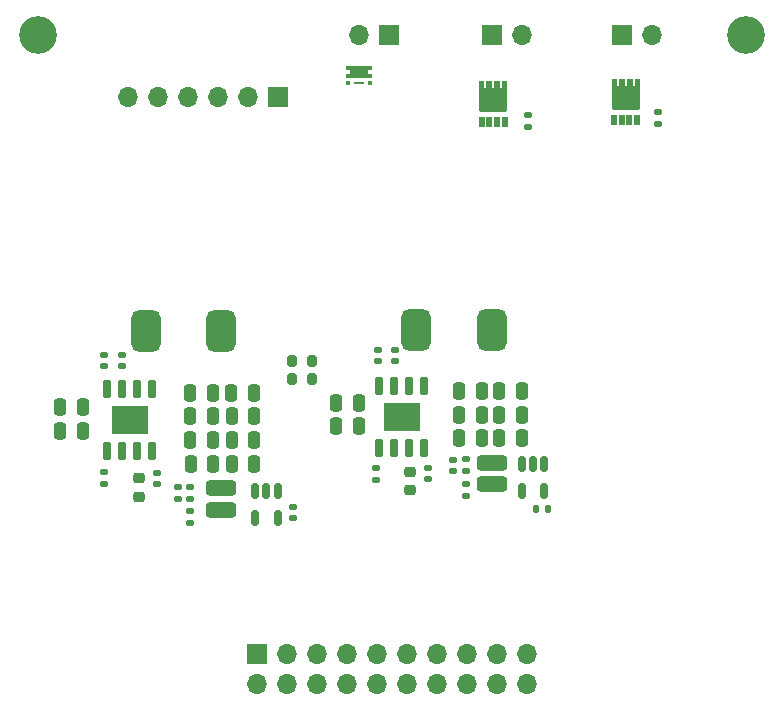
<source format=gbr>
%TF.GenerationSoftware,KiCad,Pcbnew,(6.0.9)*%
%TF.CreationDate,2022-11-26T14:01:21+01:00*%
%TF.ProjectId,PWR_PCB,5057525f-5043-4422-9e6b-696361645f70,rev?*%
%TF.SameCoordinates,Original*%
%TF.FileFunction,Soldermask,Top*%
%TF.FilePolarity,Negative*%
%FSLAX46Y46*%
G04 Gerber Fmt 4.6, Leading zero omitted, Abs format (unit mm)*
G04 Created by KiCad (PCBNEW (6.0.9)) date 2022-11-26 14:01:21*
%MOMM*%
%LPD*%
G01*
G04 APERTURE LIST*
G04 Aperture macros list*
%AMRoundRect*
0 Rectangle with rounded corners*
0 $1 Rounding radius*
0 $2 $3 $4 $5 $6 $7 $8 $9 X,Y pos of 4 corners*
0 Add a 4 corners polygon primitive as box body*
4,1,4,$2,$3,$4,$5,$6,$7,$8,$9,$2,$3,0*
0 Add four circle primitives for the rounded corners*
1,1,$1+$1,$2,$3*
1,1,$1+$1,$4,$5*
1,1,$1+$1,$6,$7*
1,1,$1+$1,$8,$9*
0 Add four rect primitives between the rounded corners*
20,1,$1+$1,$2,$3,$4,$5,0*
20,1,$1+$1,$4,$5,$6,$7,0*
20,1,$1+$1,$6,$7,$8,$9,0*
20,1,$1+$1,$8,$9,$2,$3,0*%
%AMFreePoly0*
4,1,43,1.580355,1.210355,1.595000,1.175000,1.595000,0.775000,1.580355,0.739645,1.545000,0.725000,0.975000,0.725000,0.975000,0.575000,1.545000,0.575000,1.580355,0.560355,1.595000,0.525000,1.595000,0.125000,1.580355,0.089645,1.545000,0.075000,0.975000,0.075000,0.975000,-0.075000,1.545000,-0.075000,1.580355,-0.089645,1.595000,-0.125000,1.595000,-0.525000,1.580355,-0.560355,
1.545000,-0.575000,0.975000,-0.575000,0.975000,-0.725000,1.545000,-0.725000,1.580355,-0.739645,1.595000,-0.775000,1.595000,-1.175000,1.580355,-1.210355,1.545000,-1.225000,0.925000,-1.225000,0.889645,-1.210355,0.875000,-1.175000,-0.925000,-1.175000,-0.960355,-1.160355,-0.975000,-1.125000,-0.975000,1.125000,-0.960355,1.160355,-0.925000,1.175000,0.875000,1.175000,0.889645,1.210355,
0.925000,1.225000,1.545000,1.225000,1.580355,1.210355,1.580355,1.210355,$1*%
%AMFreePoly1*
4,1,13,1.100000,0.175000,0.750000,0.175000,0.750000,-0.175000,1.100000,-0.175000,1.100000,-0.475000,-1.100000,-0.475000,-1.100000,-0.175000,-0.750000,-0.175000,-0.750000,0.175000,-1.100000,0.175000,-1.100000,0.475000,1.100000,0.475000,1.100000,0.175000,1.100000,0.175000,$1*%
G04 Aperture macros list end*
%ADD10RoundRect,0.140000X0.170000X-0.140000X0.170000X0.140000X-0.170000X0.140000X-0.170000X-0.140000X0*%
%ADD11RoundRect,0.250000X0.250000X0.475000X-0.250000X0.475000X-0.250000X-0.475000X0.250000X-0.475000X0*%
%ADD12RoundRect,0.250000X-0.250000X-0.475000X0.250000X-0.475000X0.250000X0.475000X-0.250000X0.475000X0*%
%ADD13RoundRect,0.150000X-0.150000X0.512500X-0.150000X-0.512500X0.150000X-0.512500X0.150000X0.512500X0*%
%ADD14RoundRect,0.150000X0.150000X-0.650000X0.150000X0.650000X-0.150000X0.650000X-0.150000X-0.650000X0*%
%ADD15R,3.100000X2.410000*%
%ADD16RoundRect,0.050000X0.200000X-0.415000X0.200000X0.415000X-0.200000X0.415000X-0.200000X-0.415000X0*%
%ADD17FreePoly0,90.000000*%
%ADD18RoundRect,0.135000X0.185000X-0.135000X0.185000X0.135000X-0.185000X0.135000X-0.185000X-0.135000X0*%
%ADD19R,1.700000X1.700000*%
%ADD20O,1.700000X1.700000*%
%ADD21RoundRect,0.225000X-0.250000X0.225000X-0.250000X-0.225000X0.250000X-0.225000X0.250000X0.225000X0*%
%ADD22RoundRect,0.200000X-0.200000X-0.275000X0.200000X-0.275000X0.200000X0.275000X-0.200000X0.275000X0*%
%ADD23RoundRect,0.325000X0.975000X-0.325000X0.975000X0.325000X-0.975000X0.325000X-0.975000X-0.325000X0*%
%ADD24C,3.200000*%
%ADD25RoundRect,0.625000X0.625000X1.125000X-0.625000X1.125000X-0.625000X-1.125000X0.625000X-1.125000X0*%
%ADD26FreePoly1,0.000000*%
%ADD27R,0.350000X0.300000*%
%ADD28R,0.870000X0.235000*%
%ADD29RoundRect,0.140000X-0.170000X0.140000X-0.170000X-0.140000X0.170000X-0.140000X0.170000X0.140000X0*%
%ADD30RoundRect,0.140000X0.140000X0.170000X-0.140000X0.170000X-0.140000X-0.170000X0.140000X-0.170000X0*%
%ADD31RoundRect,0.200000X0.200000X0.275000X-0.200000X0.275000X-0.200000X-0.275000X0.200000X-0.275000X0*%
G04 APERTURE END LIST*
D10*
%TO.C,C23*%
X115240000Y-67580000D03*
X115240000Y-66620000D03*
%TD*%
D11*
%TO.C,C14*%
X99820000Y-72250000D03*
X97920000Y-72250000D03*
%TD*%
D12*
%TO.C,C26*%
X124090000Y-72100000D03*
X125990000Y-72100000D03*
%TD*%
D11*
%TO.C,C27*%
X122590000Y-72100000D03*
X120690000Y-72100000D03*
%TD*%
D13*
%TO.C,U3*%
X127890000Y-76262500D03*
X126940000Y-76262500D03*
X125990000Y-76262500D03*
X125990000Y-78537500D03*
X127890000Y-78537500D03*
%TD*%
D11*
%TO.C,C4*%
X88820000Y-73530000D03*
X86920000Y-73530000D03*
%TD*%
D14*
%TO.C,U2*%
X90905000Y-75220000D03*
X92175000Y-75220000D03*
X93445000Y-75220000D03*
X94715000Y-75220000D03*
X94715000Y-69920000D03*
X93445000Y-69920000D03*
X92175000Y-69920000D03*
X90905000Y-69920000D03*
D15*
X92810000Y-72570000D03*
%TD*%
D16*
%TO.C,Q1*%
X133805000Y-47200000D03*
X134455000Y-47200000D03*
X135105000Y-47200000D03*
X135755000Y-47200000D03*
D17*
X134780000Y-45260000D03*
%TD*%
D10*
%TO.C,C3*%
X106600000Y-80900000D03*
X106600000Y-79940000D03*
%TD*%
D16*
%TO.C,Q2*%
X122599000Y-47370000D03*
X123249000Y-47370000D03*
X123899000Y-47370000D03*
X124549000Y-47370000D03*
D17*
X123574000Y-45430000D03*
%TD*%
D10*
%TO.C,C22*%
X113792000Y-67586800D03*
X113792000Y-66626800D03*
%TD*%
D18*
%TO.C,R6*%
X121240000Y-76910000D03*
X121240000Y-75890000D03*
%TD*%
D11*
%TO.C,C1*%
X88820000Y-71500000D03*
X86920000Y-71500000D03*
%TD*%
D19*
%TO.C,J4*%
X103550000Y-92375000D03*
D20*
X103550000Y-94915000D03*
X106090000Y-92375000D03*
X106090000Y-94915000D03*
X108630000Y-92375000D03*
X108630000Y-94915000D03*
X111170000Y-92375000D03*
X111170000Y-94915000D03*
X113710000Y-92375000D03*
X113710000Y-94915000D03*
X116250000Y-92375000D03*
X116250000Y-94915000D03*
X118790000Y-92375000D03*
X118790000Y-94915000D03*
X121330000Y-92375000D03*
X121330000Y-94915000D03*
X123870000Y-92375000D03*
X123870000Y-94915000D03*
X126410000Y-92375000D03*
X126410000Y-94915000D03*
%TD*%
D11*
%TO.C,C30*%
X122590000Y-70100000D03*
X120690000Y-70100000D03*
%TD*%
D18*
%TO.C,R5*%
X113640000Y-77610000D03*
X113640000Y-76590000D03*
%TD*%
%TO.C,R7*%
X121240000Y-79020000D03*
X121240000Y-78000000D03*
%TD*%
D13*
%TO.C,U1*%
X105320000Y-78612500D03*
X104370000Y-78612500D03*
X103420000Y-78612500D03*
X103420000Y-80887500D03*
X105320000Y-80887500D03*
%TD*%
D12*
%TO.C,C10*%
X101420000Y-72250000D03*
X103320000Y-72250000D03*
%TD*%
%TO.C,C29*%
X124090000Y-74100000D03*
X125990000Y-74100000D03*
%TD*%
D10*
%TO.C,C7*%
X92120000Y-67980000D03*
X92120000Y-67020000D03*
%TD*%
D21*
%TO.C,C18*%
X116540000Y-76925000D03*
X116540000Y-78475000D03*
%TD*%
D12*
%TO.C,C25*%
X120690000Y-74100000D03*
X122590000Y-74100000D03*
%TD*%
%TO.C,C13*%
X97920000Y-70250000D03*
X99820000Y-70250000D03*
%TD*%
D19*
%TO.C,J5*%
X105325000Y-45210000D03*
D20*
X102785000Y-45210000D03*
X100245000Y-45210000D03*
X97705000Y-45210000D03*
X95165000Y-45210000D03*
X92625000Y-45210000D03*
%TD*%
D18*
%TO.C,R10*%
X126500000Y-47760000D03*
X126500000Y-46740000D03*
%TD*%
D22*
%TO.C,R12*%
X106575000Y-67580000D03*
X108225000Y-67580000D03*
%TD*%
D12*
%TO.C,C11*%
X101400000Y-70250000D03*
X103300000Y-70250000D03*
%TD*%
D23*
%TO.C,R4*%
X100520000Y-78350000D03*
X100520000Y-80150000D03*
%TD*%
D24*
%TO.C,H1*%
X85000000Y-40000000D03*
%TD*%
%TO.C,H2*%
X145000000Y-40000000D03*
%TD*%
D11*
%TO.C,C12*%
X99870000Y-76250000D03*
X97970000Y-76250000D03*
%TD*%
D21*
%TO.C,C2*%
X93620000Y-77500000D03*
X93620000Y-79050000D03*
%TD*%
D23*
%TO.C,R8*%
X123440000Y-76200000D03*
X123440000Y-78000000D03*
%TD*%
D11*
%TO.C,C9*%
X103320000Y-76250000D03*
X101420000Y-76250000D03*
%TD*%
%TO.C,C20*%
X112202000Y-73100000D03*
X110302000Y-73100000D03*
%TD*%
%TO.C,C15*%
X99820000Y-74250000D03*
X97920000Y-74250000D03*
%TD*%
D18*
%TO.C,R9*%
X137500000Y-47510000D03*
X137500000Y-46490000D03*
%TD*%
D25*
%TO.C,L2*%
X117040000Y-64900000D03*
X123440000Y-64900000D03*
%TD*%
D19*
%TO.C,J2*%
X123500000Y-40000000D03*
D20*
X126040000Y-40000000D03*
%TD*%
D26*
%TO.C,Q3*%
X112200000Y-43075000D03*
D27*
X111275000Y-44050000D03*
D28*
X112240000Y-44050000D03*
D27*
X113125000Y-44050000D03*
%TD*%
D29*
%TO.C,C21*%
X118040000Y-76620000D03*
X118040000Y-77580000D03*
%TD*%
D14*
%TO.C,U4*%
X113935000Y-74950000D03*
X115205000Y-74950000D03*
X116475000Y-74950000D03*
X117745000Y-74950000D03*
X117745000Y-69650000D03*
X116475000Y-69650000D03*
X115205000Y-69650000D03*
X113935000Y-69650000D03*
D15*
X115840000Y-72300000D03*
%TD*%
D30*
%TO.C,C19*%
X128200000Y-80100000D03*
X127240000Y-80100000D03*
%TD*%
D25*
%TO.C,L1*%
X94170000Y-65000000D03*
X100570000Y-65000000D03*
%TD*%
D10*
%TO.C,C8*%
X96870000Y-79230000D03*
X96870000Y-78270000D03*
%TD*%
%TO.C,C6*%
X90620000Y-67980000D03*
X90620000Y-67020000D03*
%TD*%
D19*
%TO.C,J3*%
X114750000Y-40000000D03*
D20*
X112210000Y-40000000D03*
%TD*%
D31*
%TO.C,R11*%
X108225000Y-69100000D03*
X106575000Y-69100000D03*
%TD*%
D11*
%TO.C,C17*%
X112190000Y-71100000D03*
X110290000Y-71100000D03*
%TD*%
D12*
%TO.C,C16*%
X101420000Y-74250000D03*
X103320000Y-74250000D03*
%TD*%
D18*
%TO.C,R3*%
X97870000Y-81260000D03*
X97870000Y-80240000D03*
%TD*%
D12*
%TO.C,C28*%
X124090000Y-70100000D03*
X125990000Y-70100000D03*
%TD*%
D18*
%TO.C,R2*%
X97870000Y-79260000D03*
X97870000Y-78240000D03*
%TD*%
%TO.C,R1*%
X90620000Y-78010000D03*
X90620000Y-76990000D03*
%TD*%
D10*
%TO.C,C24*%
X120140000Y-76880000D03*
X120140000Y-75920000D03*
%TD*%
D29*
%TO.C,C5*%
X95120000Y-77020000D03*
X95120000Y-77980000D03*
%TD*%
D19*
%TO.C,J1*%
X134500000Y-40000000D03*
D20*
X137040000Y-40000000D03*
%TD*%
M02*

</source>
